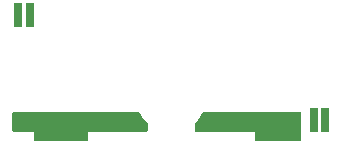
<source format=gts>
G04 #@! TF.GenerationSoftware,KiCad,Pcbnew,7.0.5*
G04 #@! TF.CreationDate,2024-01-12T08:26:28+09:00*
G04 #@! TF.ProjectId,uglyMotorGaurd,75676c79-4d6f-4746-9f72-47617572642e,rev?*
G04 #@! TF.SameCoordinates,Original*
G04 #@! TF.FileFunction,Soldermask,Top*
G04 #@! TF.FilePolarity,Negative*
%FSLAX46Y46*%
G04 Gerber Fmt 4.6, Leading zero omitted, Abs format (unit mm)*
G04 Created by KiCad (PCBNEW 7.0.5) date 2024-01-12 08:26:28*
%MOMM*%
%LPD*%
G01*
G04 APERTURE LIST*
G04 Aperture macros list*
%AMRoundRect*
0 Rectangle with rounded corners*
0 $1 Rounding radius*
0 $2 $3 $4 $5 $6 $7 $8 $9 X,Y pos of 4 corners*
0 Add a 4 corners polygon primitive as box body*
4,1,4,$2,$3,$4,$5,$6,$7,$8,$9,$2,$3,0*
0 Add four circle primitives for the rounded corners*
1,1,$1+$1,$2,$3*
1,1,$1+$1,$4,$5*
1,1,$1+$1,$6,$7*
1,1,$1+$1,$8,$9*
0 Add four rect primitives between the rounded corners*
20,1,$1+$1,$2,$3,$4,$5,0*
20,1,$1+$1,$4,$5,$6,$7,0*
20,1,$1+$1,$6,$7,$8,$9,0*
20,1,$1+$1,$8,$9,$2,$3,0*%
G04 Aperture macros list end*
%ADD10RoundRect,0.075000X0.300000X-0.925000X0.300000X0.925000X-0.300000X0.925000X-0.300000X-0.925000X0*%
%ADD11RoundRect,0.075000X-0.300000X0.925000X-0.300000X-0.925000X0.300000X-0.925000X0.300000X0.925000X0*%
G04 APERTURE END LIST*
D10*
X87050000Y-88825000D03*
X88050000Y-88825000D03*
D11*
X113050000Y-97675000D03*
X112050000Y-97675000D03*
G36*
X110943039Y-97019685D02*
G01*
X110988794Y-97072489D01*
X111000000Y-97124000D01*
X111000000Y-99376000D01*
X110980315Y-99443039D01*
X110927511Y-99488794D01*
X110876000Y-99500000D01*
X107174000Y-99500000D01*
X107106961Y-99480315D01*
X107061206Y-99427511D01*
X107050000Y-99376000D01*
X107050000Y-98700000D01*
X102124000Y-98700000D01*
X102056961Y-98680315D01*
X102011206Y-98627511D01*
X102000000Y-98576000D01*
X102000000Y-97987303D01*
X102019685Y-97920264D01*
X102036165Y-97899775D01*
X102243074Y-97692138D01*
X102456585Y-97421970D01*
X102456588Y-97421966D01*
X102637744Y-97129091D01*
X102664894Y-97071286D01*
X102711210Y-97018974D01*
X102777131Y-97000000D01*
X110876000Y-97000000D01*
X110943039Y-97019685D01*
G37*
G36*
X97289908Y-97019685D02*
G01*
X97335106Y-97071286D01*
X97362255Y-97129091D01*
X97543411Y-97421966D01*
X97543414Y-97421970D01*
X97756925Y-97692138D01*
X97963835Y-97899775D01*
X97997212Y-97961157D01*
X98000000Y-97987303D01*
X98000000Y-98576000D01*
X97980315Y-98643039D01*
X97927511Y-98688794D01*
X97876000Y-98700000D01*
X92950000Y-98700000D01*
X92950000Y-99376000D01*
X92930315Y-99443039D01*
X92877511Y-99488794D01*
X92826000Y-99500000D01*
X88474000Y-99500000D01*
X88406961Y-99480315D01*
X88361206Y-99427511D01*
X88350000Y-99376000D01*
X88350000Y-98700000D01*
X86674000Y-98700000D01*
X86606961Y-98680315D01*
X86561206Y-98627511D01*
X86550000Y-98576000D01*
X86550000Y-97124000D01*
X86569685Y-97056961D01*
X86622489Y-97011206D01*
X86674000Y-97000000D01*
X97222869Y-97000000D01*
X97289908Y-97019685D01*
G37*
M02*

</source>
